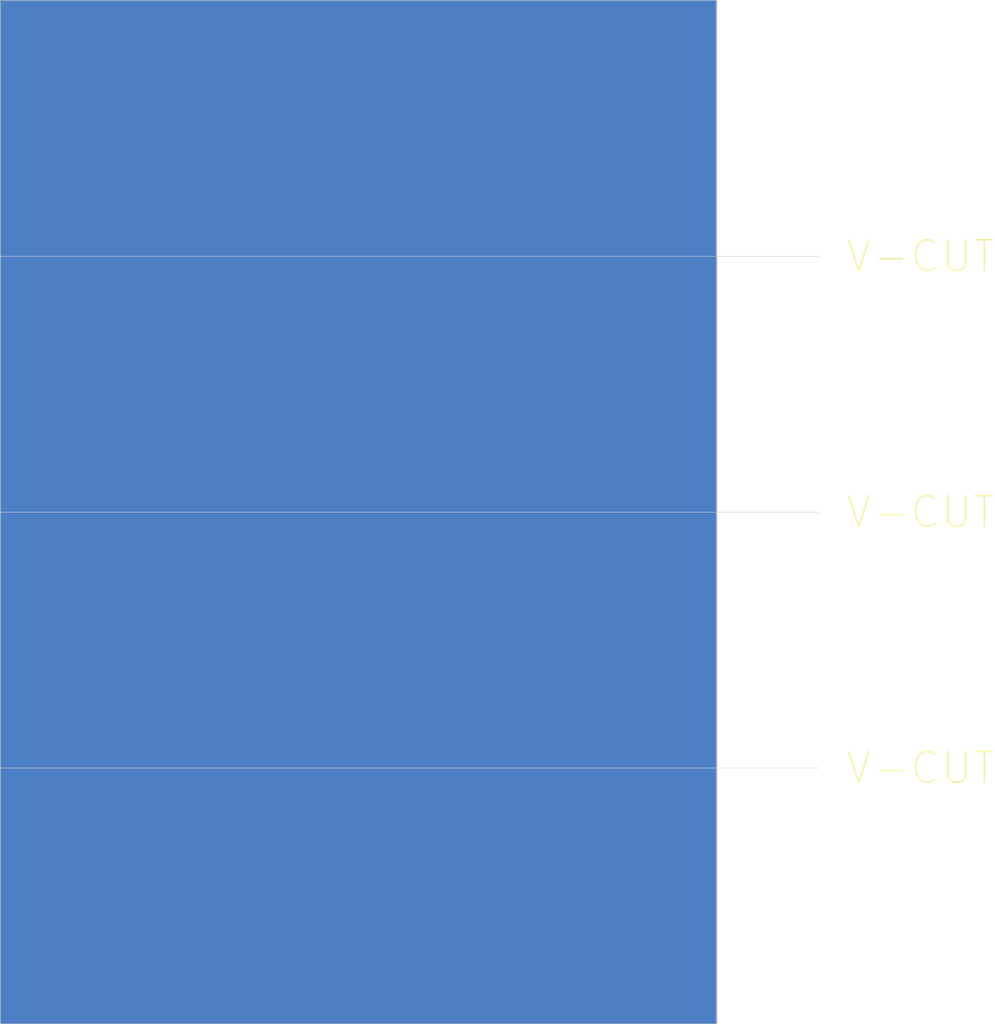
<source format=kicad_pcb>
(kicad_pcb (version 20171130) (host pcbnew "(5.1.2)-1")

  (general
    (thickness 1.6)
    (drawings 26)
    (tracks 0)
    (zones 0)
    (modules 0)
    (nets 1)
  )

  (page A4)
  (layers
    (0 F.Cu signal)
    (31 B.Cu signal)
    (32 B.Adhes user)
    (33 F.Adhes user)
    (34 B.Paste user)
    (35 F.Paste user)
    (36 B.SilkS user)
    (37 F.SilkS user)
    (38 B.Mask user)
    (39 F.Mask user)
    (40 Dwgs.User user)
    (41 Cmts.User user)
    (42 Eco1.User user)
    (43 Eco2.User user)
    (44 Edge.Cuts user)
    (45 Margin user)
    (46 B.CrtYd user)
    (47 F.CrtYd user)
    (48 B.Fab user)
    (49 F.Fab user)
  )

  (setup
    (last_trace_width 0.25)
    (trace_clearance 0.2)
    (zone_clearance 0.508)
    (zone_45_only no)
    (trace_min 0.2)
    (via_size 0.8)
    (via_drill 0.4)
    (via_min_size 0.4)
    (via_min_drill 0.3)
    (uvia_size 0.3)
    (uvia_drill 0.1)
    (uvias_allowed no)
    (uvia_min_size 0.2)
    (uvia_min_drill 0.1)
    (edge_width 0.05)
    (segment_width 0.2)
    (pcb_text_width 0.3)
    (pcb_text_size 1.5 1.5)
    (mod_edge_width 0.12)
    (mod_text_size 1 1)
    (mod_text_width 0.15)
    (pad_size 1.524 1.524)
    (pad_drill 0.762)
    (pad_to_mask_clearance 0.051)
    (solder_mask_min_width 0.25)
    (aux_axis_origin 0 0)
    (visible_elements 7FFFFFFF)
    (pcbplotparams
      (layerselection 0x010fc_ffffffff)
      (usegerberextensions false)
      (usegerberattributes false)
      (usegerberadvancedattributes false)
      (creategerberjobfile false)
      (excludeedgelayer true)
      (linewidth 0.100000)
      (plotframeref false)
      (viasonmask false)
      (mode 1)
      (useauxorigin false)
      (hpglpennumber 1)
      (hpglpenspeed 20)
      (hpglpendiameter 15.000000)
      (psnegative false)
      (psa4output false)
      (plotreference true)
      (plotvalue true)
      (plotinvisibletext false)
      (padsonsilk false)
      (subtractmaskfromsilk false)
      (outputformat 1)
      (mirror false)
      (drillshape 0)
      (scaleselection 1)
      (outputdirectory "output"))
  )

  (net 0 "")

  (net_class Default 这是默认网络类。
    (clearance 0.2)
    (trace_width 0.25)
    (via_dia 0.8)
    (via_drill 0.4)
    (uvia_dia 0.3)
    (uvia_drill 0.1)
  )

  (gr_text V-CUT (at 190 125) (layer F.SilkS) (tstamp 5D3F3DB7)
    (effects (font (size 3 3) (thickness 0.15)))
  )
  (gr_text V-CUT (at 190 100) (layer F.SilkS) (tstamp 5D3F3DB7)
    (effects (font (size 3 3) (thickness 0.15)))
  )
  (gr_text V-CUT (at 190 75) (layer F.SilkS)
    (effects (font (size 3 3) (thickness 0.15)))
  )
  (gr_line (start 170 150) (end 100 150) (layer Edge.Cuts) (width 0.05) (tstamp 5D3F3D7F))
  (gr_poly (pts (xy 100 125) (xy 170 125) (xy 170 150) (xy 100 150)) (layer F.Cu) (width 0.1) (tstamp 5D3F3D7E))
  (gr_line (start 170 125) (end 170 150) (layer Edge.Cuts) (width 0.05) (tstamp 5D3F3D7D))
  (gr_poly (pts (xy 100 125) (xy 170 125) (xy 170 150) (xy 100 150)) (layer B.Cu) (width 0.1) (tstamp 5D3F3D7C))
  (gr_line (start 100 150) (end 100 125) (layer Edge.Cuts) (width 0.05) (tstamp 5D3F3D7B))
  (gr_line (start 180 125) (end 100 125) (layer Edge.Cuts) (width 0.05) (tstamp 5D3F3D7F))
  (gr_poly (pts (xy 100 100) (xy 170 100) (xy 170 125) (xy 100 125)) (layer F.Cu) (width 0.1) (tstamp 5D3F3D7E))
  (gr_line (start 170 100) (end 170 125) (layer Edge.Cuts) (width 0.05) (tstamp 5D3F3D7D))
  (gr_poly (pts (xy 100 100) (xy 170 100) (xy 170 125) (xy 100 125)) (layer B.Cu) (width 0.1) (tstamp 5D3F3D7C))
  (gr_line (start 100 125) (end 100 100) (layer Edge.Cuts) (width 0.05) (tstamp 5D3F3D7B))
  (gr_line (start 180 100) (end 100 100) (layer Edge.Cuts) (width 0.05) (tstamp 5D3F3D7F))
  (gr_poly (pts (xy 100 75) (xy 170 75) (xy 170 100) (xy 100 100)) (layer F.Cu) (width 0.1) (tstamp 5D3F3D7E))
  (gr_line (start 170 75) (end 170 100) (layer Edge.Cuts) (width 0.05) (tstamp 5D3F3D7D))
  (gr_poly (pts (xy 100 75) (xy 170 75) (xy 170 100) (xy 100 100)) (layer B.Cu) (width 0.1) (tstamp 5D3F3D7C))
  (gr_line (start 100 100) (end 100 75) (layer Edge.Cuts) (width 0.05) (tstamp 5D3F3D7B))
  (gr_poly (pts (xy 100 50) (xy 170 50) (xy 170 150) (xy 100 150)) (layer B.Cu) (width 0.1))
  (gr_poly (pts (xy 100 50) (xy 170 50) (xy 170 150) (xy 100 150)) (layer F.Cu) (width 0.1))
  (gr_line (start 100 75) (end 100 50) (layer Edge.Cuts) (width 0.05) (tstamp 5D3EE15B))
  (gr_line (start 180 75) (end 100 75) (layer Edge.Cuts) (width 0.05))
  (gr_line (start 170 50) (end 170 75) (layer Edge.Cuts) (width 0.05))
  (gr_line (start 100 50) (end 170 50) (layer Edge.Cuts) (width 0.05))
  (gr_poly (pts (xy 100 50) (xy 170 50) (xy 170 150) (xy 100 150)) (layer B.Mask) (width 0.1))
  (gr_poly (pts (xy 100 50) (xy 170 50) (xy 170 150) (xy 100 150)) (layer F.Mask) (width 0.1))

)

</source>
